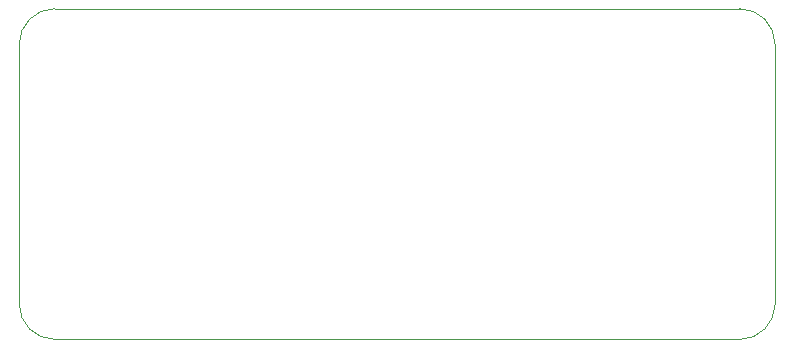
<source format=gbr>
%TF.GenerationSoftware,KiCad,Pcbnew,9.0.5*%
%TF.CreationDate,2025-10-11T11:20:09-04:00*%
%TF.ProjectId,agent-dev-mk1,6167656e-742d-4646-9576-2d6d6b312e6b,rev?*%
%TF.SameCoordinates,Original*%
%TF.FileFunction,Profile,NP*%
%FSLAX46Y46*%
G04 Gerber Fmt 4.6, Leading zero omitted, Abs format (unit mm)*
G04 Created by KiCad (PCBNEW 9.0.5) date 2025-10-11 11:20:09*
%MOMM*%
%LPD*%
G01*
G04 APERTURE LIST*
%TA.AperFunction,Profile*%
%ADD10C,0.050000*%
%TD*%
G04 APERTURE END LIST*
D10*
X168000000Y-87000000D02*
X110000000Y-87000000D01*
X107000000Y-90000000D02*
G75*
G02*
X110000000Y-87000000I3000000J0D01*
G01*
X168000000Y-87000000D02*
G75*
G02*
X171000000Y-90000000I0J-3000000D01*
G01*
X107000000Y-90000000D02*
X107000000Y-112000000D01*
X110000000Y-115000000D02*
X168000000Y-115000000D01*
X171000000Y-112000000D02*
X171000000Y-90000000D01*
X110000000Y-115000000D02*
G75*
G02*
X107000000Y-112000000I0J3000000D01*
G01*
X171000000Y-112000000D02*
G75*
G02*
X168000000Y-115000000I-3000000J0D01*
G01*
M02*

</source>
